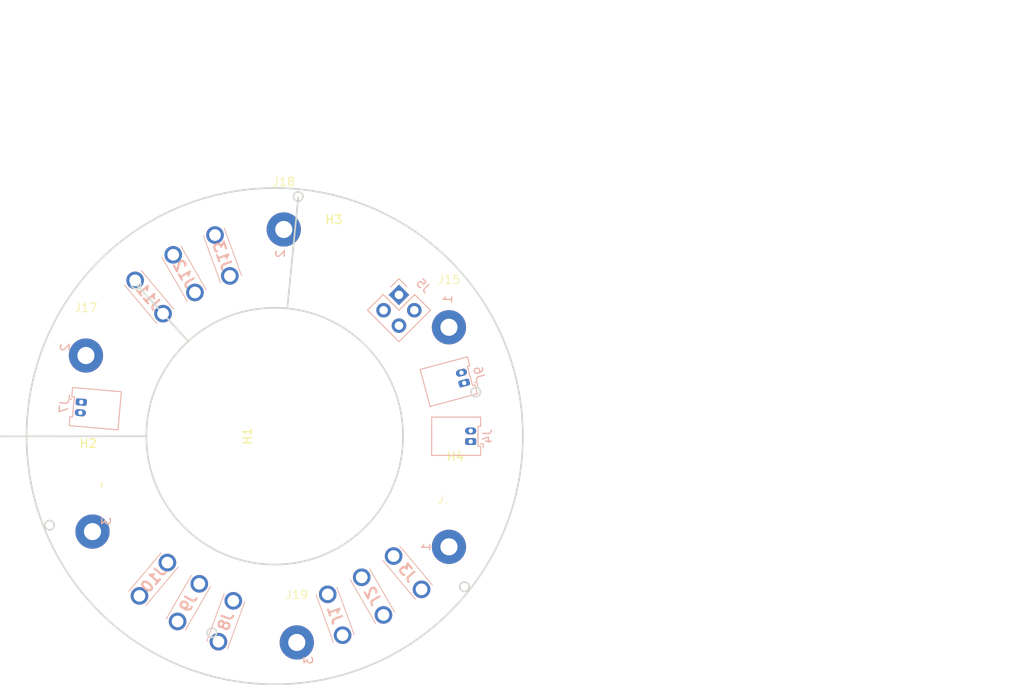
<source format=kicad_pcb>
(kicad_pcb (version 20221018) (generator pcbnew)
  (layers (0 "F.Cu" signal) (31 "B.Cu" signal) (34 "B.Paste" user) (35 "F.Paste" user) (36 "B.SilkS" user "B.Silkscreen") (37 "F.SilkS" user "F.Silkscreen") (38 "B.Mask" user) (39 "F.Mask" user) (44 "Edge.Cuts" user))
  (net 0 "")
  (net 1 "A_OUT")
  (net 2 "B_OUT")
  (net 3 "C_OUT")
  (net 4 "PTC_Coil_A")
  (net 5 "GNDA")
  (net 6 "PTC_Coil_B")
  (net 7 "PTC_Coil_C")
  (footprint "Connector_My:Coil" (layer "F.Cu") (at 61.214 86.614)
    (fp_text reference "J17" (at 0 -5.58 unlocked) (layer "F.SilkS") (effects (font (thickness 0.1))))
    (fp_text value "B2")
    (pad "1" thru_hole circle (at 0 0) (size 4 4) (drill 2) (layers "*.Cu" "*.Mask") (net 2 "B_OUT"))
  )
  (footprint "Connector_My:Coil" (layer "F.Cu") (at 103.632 83.312)
    (fp_text reference "J15" (at 0 -5.58 unlocked) (layer "F.SilkS") (effects (font (thickness 0.1))))
    (fp_text value "A2")
    (pad "1" thru_hole circle (at 0 0) (size 4 4) (drill 2) (layers "*.Cu" "*.Mask") (net 1 "A_OUT"))
  )
  (footprint "Connector_My:Coil" (layer "F.Cu") (at 84.328 71.882)
    (fp_text reference "J18" (at 0 -5.58 unlocked) (layer "F.SilkS") (effects (font (thickness 0.1))))
    (fp_text value "C1")
    (pad "1" thru_hole circle (at 0 0) (size 4 4) (drill 2) (layers "*.Cu" "*.Mask") (net 2 "B_OUT"))
  )
  (footprint "Connector_My:Coil" (layer "F.Cu") (at 85.852 120.142)
    (fp_text reference "J19" (at 0 -5.58 unlocked) (layer "F.SilkS") (effects (font (thickness 0.1))))
    (fp_text value "C2")
    (pad "1" thru_hole circle (at 0 0) (size 4 4) (drill 2) (layers "*.Cu" "*.Mask") (net 3 "C_OUT"))
  )
  (footprint "Connector_My:Coil" (layer "F.Cu") (at 61.976 107.188)
    (fp_text reference "J14" (at 0 -5.58 unlocked) (layer "F.SilkS") (effects (font (thickness 0.1))))
    (fp_text value "A1")
    (pad "1" thru_hole circle (at 0 0) (size 4 4) (drill 2) (layers "*.Cu" "*.Mask") (net 3 "C_OUT"))
  )
  (footprint "MountingHole:MountingHole_3.2mm_M3" (layer "F.Cu") (at 104.394 102.616)
    (fp_text reference "H4" (at 0 -4.2) (layer "F.SilkS"))
    (fp_text value "MountingHole")
    (pad "" np_thru_hole circle (at 0 0) (size 3.2 3.2) (drill 3.2) (layers "*.Cu" "*.Mask"))
  )
  (footprint "MountingHole:MountingHole_2.1mm" (layer "F.Cu") (at 83.268262 96.036046 90)
    (fp_text reference "H1" (at 0 -3.2 90) (layer "F.SilkS"))
    (fp_text value "MountingHole")
    (pad "" np_thru_hole circle (at 0 0 90) (size 2.1 2.1) (drill 2.1) (layers "*.Cu" "*.Mask"))
  )
  (footprint "Connector_My:Coil" (layer "F.Cu") (at 103.632 108.966)
    (fp_text reference "J16" (at 0 -5.58 unlocked) (layer "F.SilkS") (effects (font (thickness 0.1))))
    (fp_text value "B1")
    (pad "1" thru_hole circle (at 0 0) (size 4 4) (drill 2) (layers "*.Cu" "*.Mask") (net 1 "A_OUT"))
  )
  (footprint "MountingHole:MountingHole_3.2mm_M3" (layer "F.Cu") (at 90.17 74.93)
    (fp_text reference "H3" (at 0 -4.2) (layer "F.SilkS"))
    (fp_text value "MountingHole")
    (pad "" np_thru_hole circle (at 0 0) (size 3.2 3.2) (drill 3.2) (layers "*.Cu" "*.Mask"))
  )
  (footprint "MountingHole:MountingHole_3.2mm_M3" (layer "F.Cu") (at 61.468 101.092)
    (fp_text reference "H2" (at 0 -4.2) (layer "F.SilkS"))
    (fp_text value "MountingHole")
    (pad "" np_thru_hole circle (at 0 0) (size 3.2 3.2) (drill 3.2) (layers "*.Cu" "*.Mask"))
  )
  (footprint "Connector_My:3551" (layer "B.Cu") (at 76.29227 72.535673 -70)
    (fp_text reference "J13" (at 2.54 0 110) (layer "B.SilkS") (effects (font (size 1.27 1.27) (thickness 0.254)) (justify mirror)))
    (fp_text value "4900" hide)
    (fp_line (start -0.405 -1.295) (end 5.485 -1.295) (stroke (width 0.1)) (layer "B.SilkS"))
    (fp_line (start -0.405 1.295) (end 5.485 1.295) (stroke (width 0.1)) (layer "B.SilkS"))
    (pad "1" thru_hole circle (at 0 0 290) (size 2.055 2.055) (drill 1.37) (layers "*.Cu" "*.Mask") (net 2 "B_OUT"))
    (pad "2" thru_hole circle (at 5.08 0 290) (size 2.055 2.055) (drill 1.37) (layers "*.Cu" "*.Mask") (net 2 "B_OUT"))
  )
  (footprint "Connector_My:3551" (layer "B.Cu") (at 100.428544 113.9372 130)
    (fp_text reference "J3" (at 2.54 0 130) (layer "B.SilkS") (effects (font (size 1.27 1.27) (thickness 0.254)) (justify mirror)))
    (fp_text value "4900" hide)
    (fp_line (start -0.405 -1.295) (end 5.485 -1.295) (stroke (width 0.1)) (layer "B.SilkS"))
    (fp_line (start -0.405 1.295) (end 5.485 1.295) (stroke (width 0.1)) (layer "B.SilkS"))
    (pad "1" thru_hole circle (at 0 0 130) (size 2.055 2.055) (drill 1.37) (layers "*.Cu" "*.Mask") (net 1 "A_OUT"))
    (pad "2" thru_hole circle (at 5.08 0 130) (size 2.055 2.055) (drill 1.37) (layers "*.Cu" "*.Mask") (net 1 "A_OUT"))
  )
  (footprint "Connector_Molex:Molex_PicoBlade_53048-0210_1x02_P1.25mm_Horizontal" (layer "B.Cu") (at 60.664357 92.053293 -95)
    (fp_text reference "J7" (at 0.62 1.95 85) (layer "B.SilkS") (effects (justify mirror)))
    (fp_text value "Conn_01x02")
    (fp_line (start -1.61 -4.56) (end 0.625 -4.56) (stroke (width 0.12)) (layer "B.SilkS"))
    (fp_line (start -1.61 1.16) (end -1.61 -4.56) (stroke (width 0.12)) (layer "B.SilkS"))
    (fp_line (start -0.54 0.86) (end -0.54 1.16) (stroke (width 0.12)) (layer "B.SilkS"))
    (fp_line (start -0.54 1.16) (end -1.61 1.16) (stroke (width 0.12)) (layer "B.SilkS"))
    (fp_line (start -0.25 1.15) (end -0.25 1.45) (stroke (width 0.12)) (layer "B.SilkS"))
    (fp_line (start -0.25 1.45) (end -0.75 1.45) (stroke (width 0.12)) (layer "B.SilkS"))
    (fp_line (start 0.625 0.86) (end -0.54 0.86) (stroke (width 0.12)) (layer "B.SilkS"))
    (fp_line (start 0.625 0.86) (end 1.79 0.86) (stroke (width 0.12)) (layer "B.SilkS"))
    (fp_line (start 1.79 0.86) (end 1.79 1.16) (stroke (width 0.12)) (layer "B.SilkS"))
    (fp_line (start 1.79 1.16) (end 2.86 1.16) (stroke (width 0.12)) (layer "B.SilkS"))
    (fp_line (start 2.86 -4.56) (end 0.625 -4.56) (stroke (width 0.12)) (layer "B.SilkS"))
    (fp_line (start 2.86 1.16) (end 2.86 -4.56) (stroke (width 0.12)) (layer "B.SilkS"))
    (pad "1" thru_hole roundrect (at 0 0 265) (size 0.8 1.3) (drill 0.5) (layers "*.Cu" "*.Mask") (net 7 "PTC_Coil_C"))
    (pad "2" thru_hole oval (at 1.25 0 265) (size 0.8 1.3) (drill 0.5) (layers "*.Cu" "*.Mask") (net 5 "GNDA"))
  )
  (footprint "Connector_My:3551" (layer "B.Cu") (at 71.41 74.842886 -60)
    (fp_text reference "J12" (at 2.54 0 120) (layer "B.SilkS") (effects (font (size 1.27 1.27) (thickness 0.254)) (justify mirror)))
    (fp_text value "4900" hide)
    (fp_line (start -0.405 -1.295) (end 5.485 -1.295) (stroke (width 0.1)) (layer "B.SilkS"))
    (fp_line (start -0.405 1.295) (end 5.485 1.295) (stroke (width 0.1)) (layer "B.SilkS"))
    (pad "1" thru_hole circle (at 0 0 300) (size 2.055 2.055) (drill 1.37) (layers "*.Cu" "*.Mask") (net 2 "B_OUT"))
    (pad "2" thru_hole circle (at 5.08 0 300) (size 2.055 2.055) (drill 1.37) (layers "*.Cu" "*.Mask") (net 2 "B_OUT"))
  )
  (footprint "Connector_Molex:Molex_PicoBlade_53048-0210_1x02_P1.25mm_Horizontal" (layer "B.Cu") (at 106.172 96.668707 90)
    (fp_text reference "J4" (at 0.62 1.95 90) (layer "B.SilkS") (effects (justify mirror)))
    (fp_text value "Conn_01x02")
    (fp_line (start -1.61 -4.56) (end 0.625 -4.56) (stroke (width 0.12)) (layer "B.SilkS"))
    (fp_line (start -1.61 1.16) (end -1.61 -4.56) (stroke (width 0.12)) (layer "B.SilkS"))
    (fp_line (start -0.54 0.86) (end -0.54 1.16) (stroke (width 0.12)) (layer "B.SilkS"))
    (fp_line (start -0.54 1.16) (end -1.61 1.16) (stroke (width 0.12)) (layer "B.SilkS"))
    (fp_line (start -0.25 1.15) (end -0.25 1.45) (stroke (width 0.12)) (layer "B.SilkS"))
    (fp_line (start -0.25 1.45) (end -0.75 1.45) (stroke (width 0.12)) (layer "B.SilkS"))
    (fp_line (start 0.625 0.86) (end -0.54 0.86) (stroke (width 0.12)) (layer "B.SilkS"))
    (fp_line (start 0.625 0.86) (end 1.79 0.86) (stroke (width 0.12)) (layer "B.SilkS"))
    (fp_line (start 1.79 0.86) (end 1.79 1.16) (stroke (width 0.12)) (layer "B.SilkS"))
    (fp_line (start 1.79 1.16) (end 2.86 1.16) (stroke (width 0.12)) (layer "B.SilkS"))
    (fp_line (start 2.86 -4.56) (end 0.625 -4.56) (stroke (width 0.12)) (layer "B.SilkS"))
    (fp_line (start 2.86 1.16) (end 2.86 -4.56) (stroke (width 0.12)) (layer "B.SilkS"))
    (pad "1" thru_hole roundrect (at 0 0 90) (size 0.8 1.3) (drill 0.5) (layers "*.Cu" "*.Mask") (net 4 "PTC_Coil_A"))
    (pad "2" thru_hole oval (at 1.25 0 90) (size 0.8 1.3) (drill 0.5) (layers "*.Cu" "*.Mask") (net 5 "GNDA"))
  )
  (footprint "Connector_My:3551" (layer "B.Cu") (at 71.918 117.689114 60)
    (fp_text reference "J9" (at 2.54 0 60) (layer "B.SilkS") (effects (font (size 1.27 1.27) (thickness 0.254)) (justify mirror)))
    (fp_text value "4900" hide)
    (fp_line (start -0.405 -1.295) (end 5.485 -1.295) (stroke (width 0.1)) (layer "B.SilkS"))
    (fp_line (start -0.405 1.295) (end 5.485 1.295) (stroke (width 0.1)) (layer "B.SilkS"))
    (pad "1" thru_hole circle (at 0 0 60) (size 2.055 2.055) (drill 1.37) (layers "*.Cu" "*.Mask") (net 3 "C_OUT"))
    (pad "2" thru_hole circle (at 5.08 0 60) (size 2.055 2.055) (drill 1.37) (layers "*.Cu" "*.Mask") (net 3 "C_OUT"))
  )
  (footprint "Connector_My:3551" (layer "B.Cu") (at 91.201091 119.290617 110)
    (fp_text reference "J1" (at 2.54 0 110) (layer "B.SilkS") (effects (font (size 1.27 1.27) (thickness 0.254)) (justify mirror)))
    (fp_text value "4900" hide)
    (fp_line (start -0.405 -1.295) (end 5.485 -1.295) (stroke (width 0.1)) (layer "B.SilkS"))
    (fp_line (start -0.405 1.295) (end 5.485 1.295) (stroke (width 0.1)) (layer "B.SilkS"))
    (pad "1" thru_hole circle (at 0 0 110) (size 2.055 2.055) (drill 1.37) (layers "*.Cu" "*.Mask") (net 1 "A_OUT"))
    (pad "2" thru_hole circle (at 5.08 0 110) (size 2.055 2.055) (drill 1.37) (layers "*.Cu" "*.Mask") (net 1 "A_OUT"))
  )
  (footprint "Connector_PinSocket_2.54mm:PinSocket_2x02_P2.54mm_Vertical" (layer "B.Cu") (at 97.79 79.527123 135)
    (fp_text reference "J5" (at -1.27 2.77 135) (layer "B.SilkS") (effects (justify mirror)))
    (fp_text value "Conn_02x02_Odd_Even")
    (fp_line (start -3.87 -3.87) (end 1.33 -3.87) (stroke (width 0.12)) (layer "B.SilkS"))
    (fp_line (start -3.87 1.33) (end -3.87 -3.87) (stroke (width 0.12)) (layer "B.SilkS"))
    (fp_line (start -3.87 1.33) (end -1.27 1.33) (stroke (width 0.12)) (layer "B.SilkS"))
    (fp_line (start -1.27 -1.27) (end 1.33 -1.27) (stroke (width 0.12)) (layer "B.SilkS"))
    (fp_line (start -1.27 1.33) (end -1.27 -1.27) (stroke (width 0.12)) (layer "B.SilkS"))
    (fp_line (start 0 1.33) (end 1.33 1.33) (stroke (width 0.12)) (layer "B.SilkS"))
    (fp_line (start 1.33 -1.27) (end 1.33 -3.87) (stroke (width 0.12)) (layer "B.SilkS"))
    (fp_line (start 1.33 1.33) (end 1.33 0) (stroke (width 0.12)) (layer "B.SilkS"))
    (pad "1" thru_hole rect (at 0 0 135) (size 1.7 1.7) (drill 1) (layers "*.Cu" "*.Mask") (net 4 "PTC_Coil_A"))
    (pad "2" thru_hole oval (at -2.54 0 135) (size 1.7 1.7) (drill 1) (layers "*.Cu" "*.Mask") (net 7 "PTC_Coil_C"))
    (pad "3" thru_hole oval (at 0 -2.54 135) (size 1.7 1.7) (drill 1) (layers "*.Cu" "*.Mask") (net 6 "PTC_Coil_B"))
    (pad "4" thru_hole oval (at -2.54 -2.54 135) (size 1.7 1.7) (drill 1) (layers "*.Cu" "*.Mask") (net 5 "GNDA"))
  )
  (footprint "Connector_Molex:Molex_PicoBlade_53048-0210_1x02_P1.25mm_Horizontal" (layer "B.Cu") (at 105.414704 89.825711 105)
    (fp_text reference "J6" (at 0.62 1.95 105) (layer "B.SilkS") (effects (justify mirror)))
    (fp_text value "Conn_01x02")
    (fp_line (start -1.61 -4.56) (end 0.625 -4.56) (stroke (width 0.12)) (layer "B.SilkS"))
    (fp_line (start -1.61 1.16) (end -1.61 -4.56) (stroke (width 0.12)) (layer "B.SilkS"))
    (fp_line (start -0.54 0.86) (end -0.54 1.16) (stroke (width 0.12)) (layer "B.SilkS"))
    (fp_line (start -0.54 1.16) (end -1.61 1.16) (stroke (width 0.12)) (layer "B.SilkS"))
    (fp_line (start -0.25 1.15) (end -0.25 1.45) (stroke (width 0.12)) (layer "B.SilkS"))
    (fp_line (start -0.25 1.45) (end -0.75 1.45) (stroke (width 0.12)) (layer "B.SilkS"))
    (fp_line (start 0.625 0.86) (end -0.54 0.86) (stroke (width 0.12)) (layer "B.SilkS"))
    (fp_line (start 0.625 0.86) (end 1.79 0.86) (stroke (width 0.12)) (layer "B.SilkS"))
    (fp_line (start 1.79 0.86) (end 1.79 1.16) (stroke (width 0.12)) (layer "B.SilkS"))
    (fp_line (start 1.79 1.16) (end 2.86 1.16) (stroke (width 0.12)) (layer "B.SilkS"))
    (fp_line (start 2.86 -4.56) (end 0.625 -4.56) (stroke (width 0.12)) (layer "B.SilkS"))
    (fp_line (start 2.86 1.16) (end 2.86 -4.56) (stroke (width 0.12)) (layer "B.SilkS"))
    (pad "1" thru_hole roundrect (at 0 0 105) (size 0.8 1.3) (drill 0.5) (layers "*.Cu" "*.Mask") (net 6 "PTC_Coil_B"))
    (pad "2" thru_hole oval (at 1.25 0 105) (size 0.8 1.3) (drill 0.5) (layers "*.Cu" "*.Mask") (net 5 "GNDA"))
  )
  (footprint "Connector_My:3551" (layer "B.Cu") (at 95.976 116.927114 120)
    (fp_text reference "J2" (at 2.54 0 120) (layer "B.SilkS") (effects (font (size 1.27 1.27) (thickness 0.254)) (justify mirror)))
    (fp_text value "4900" hide)
    (fp_line (start -0.405 -1.295) (end 5.485 -1.295) (stroke (width 0.1)) (layer "B.SilkS"))
    (fp_line (start -0.405 1.295) (end 5.485 1.295) (stroke (width 0.1)) (layer "B.SilkS"))
    (pad "1" thru_hole circle (at 0 0 120) (size 2.055 2.055) (drill 1.37) (layers "*.Cu" "*.Mask") (net 1 "A_OUT"))
    (pad "2" thru_hole circle (at 5.08 0 120) (size 2.055 2.055) (drill 1.37) (layers "*.Cu" "*.Mask") (net 1 "A_OUT"))
  )
  (footprint "Connector_My:3551" (layer "B.Cu") (at 76.692909 120.052617 70)
    (fp_text reference "J8" (at 2.54 0 70) (layer "B.SilkS") (effects (font (size 1.27 1.27) (thickness 0.254)) (justify mirror)))
    (fp_text value "4900" hide)
    (fp_line (start -0.405 -1.295) (end 5.485 -1.295) (stroke (width 0.1)) (layer "B.SilkS"))
    (fp_line (start -0.405 1.295) (end 5.485 1.295) (stroke (width 0.1)) (layer "B.SilkS"))
    (pad "1" thru_hole circle (at 0 0 70) (size 2.055 2.055) (drill 1.37) (layers "*.Cu" "*.Mask") (net 3 "C_OUT"))
    (pad "2" thru_hole circle (at 5.08 0 70) (size 2.055 2.055) (drill 1.37) (layers "*.Cu" "*.Mask") (net 3 "C_OUT"))
  )
  (footprint "Connector_My:3551" (layer "B.Cu") (at 66.957456 77.8328 -50)
    (fp_text reference "J11" (at 2.54 0 130) (layer "B.SilkS") (effects (font (size 1.27 1.27) (thickness 0.254)) (justify mirror)))
    (fp_text value "4900" hide)
    (fp_line (start -0.405 -1.295) (end 5.485 -1.295) (stroke (width 0.1)) (layer "B.SilkS"))
    (fp_line (start -0.405 1.295) (end 5.485 1.295) (stroke (width 0.1)) (layer "B.SilkS"))
    (pad "1" thru_hole circle (at 0 0 310) (size 2.055 2.055) (drill 1.37) (layers "*.Cu" "*.Mask") (net 2 "B_OUT"))
    (pad "2" thru_hole circle (at 5.08 0 310) (size 2.055 2.055) (drill 1.37) (layers "*.Cu" "*.Mask") (net 2 "B_OUT"))
  )
  (footprint "Connector_My:3551" (layer "B.Cu") (at 67.465456 114.6992 50)
    (fp_text reference "J10" (at 2.54 0 50) (layer "B.SilkS") (effects (font (size 1.27 1.27) (thickness 0.254)) (justify mirror)))
    (fp_text value "4900" hide)
    (fp_line (start -0.405 -1.295) (end 5.485 -1.295) (stroke (width 0.1)) (layer "B.SilkS"))
    (fp_line (start -0.405 1.295) (end 5.485 1.295) (stroke (width 0.1)) (layer "B.SilkS"))
    (pad "1" thru_hole circle (at 0 0 50) (size 2.055 2.055) (drill 1.37) (layers "*.Cu" "*.Mask") (net 3 "C_OUT"))
    (pad "2" thru_hole circle (at 5.08 0 50) (size 2.055 2.055) (drill 1.37) (layers "*.Cu" "*.Mask") (net 3 "C_OUT"))
  )
  (gr_circle (center 75.928717 119.005476) (end 75.928717 119.555471) (stroke (width 0.2)) (fill none) (layer "Edge.Cuts"))
  (gr_circle (center 67.058232 78.259449) (end 67.058232 78.809446) (stroke (width 0.2)) (fill none) (layer "Edge.Cuts"))
  (gr_line (start 51.268273 96.061934) (end 68.268267 96.048181) (stroke (width 0.2)) (layer "Edge.Cuts"))
  (gr_circle (center 105.441974 113.630051) (end 105.441974 114.180051) (stroke (width 0.2)) (fill none) (layer "Edge.Cuts"))
  (gr_line (start 86.018262 68.136046) (end 84.739627 81.108384) (stroke (width 0.2)) (layer "Edge.Cuts"))
  (gr_circle (center 83.268262 96.036046) (end 83.268262 111.036046) (stroke (width 0.2)) (fill none) (layer "Edge.Cuts"))
  (gr_circle (center 86.018262 68.036046) (end 86.018262 68.586395) (stroke (width 0.2)) (fill none) (layer "Edge.Cuts"))
  (gr_circle (center 106.77165 90.885283) (end 106.77165 91.435283) (stroke (width 0.2)) (fill none) (layer "Edge.Cuts"))
  (gr_circle (center 83.268262 96.036046) (end 83.268262 125.036046) (stroke (width 0.2)) (fill none) (layer "Edge.Cuts"))
  (gr_circle (center 56.944551 106.44204) (end 56.944551 106.99204) (stroke (width 0.2)) (fill none) (layer "Edge.Cuts"))
  (gr_line (start 67.058232 78.259449) (end 73.161288 84.952316) (stroke (width 0.2)) (layer "Edge.Cuts"))
  (gr_text "3\n" (at 64.194216 105.390308 90) (layer "B.SilkS") (effects (font (size 1 1)) (justify left bottom mirror)))
  (gr_text "3\n" (at 87.816216 121.646308 90) (layer "B.SilkS") (effects (font (size 1 1)) (justify left bottom mirror)))
  (gr_text "2" (at 59.368216 85.070308 90) (layer "B.SilkS") (effects (font (size 1 1)) (justify left bottom mirror)))
  (gr_text "1" (at 104.072216 79.482308 90) (layer "B.SilkS") (effects (font (size 1 1)) (justify left bottom mirror)))
  (gr_text "2" (at 84.514216 74.148308 90) (layer "B.SilkS") (effects (font (size 1 1)) (justify left bottom mirror)))
  (gr_text "1" (at 101.532216 108.438308 90) (layer "B.SilkS") (effects (font (size 1 1)) (justify left bottom mirror)))
)
</source>
